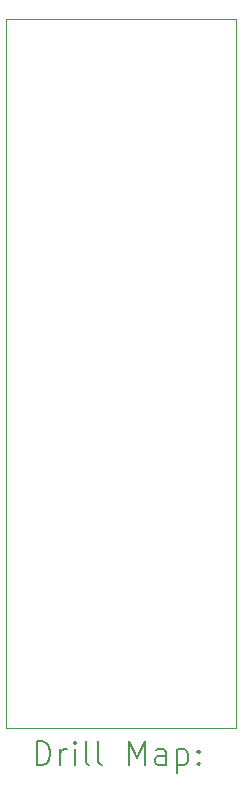
<source format=gbr>
%TF.GenerationSoftware,KiCad,Pcbnew,8.0.1*%
%TF.CreationDate,2024-04-20T15:27:41+02:00*%
%TF.ProjectId,systek_jumpsensor,73797374-656b-45f6-9a75-6d7073656e73,rev?*%
%TF.SameCoordinates,Original*%
%TF.FileFunction,Drillmap*%
%TF.FilePolarity,Positive*%
%FSLAX45Y45*%
G04 Gerber Fmt 4.5, Leading zero omitted, Abs format (unit mm)*
G04 Created by KiCad (PCBNEW 8.0.1) date 2024-04-20 15:27:41*
%MOMM*%
%LPD*%
G01*
G04 APERTURE LIST*
%ADD10C,0.050000*%
%ADD11C,0.200000*%
G04 APERTURE END LIST*
D10*
X13650000Y-7500000D02*
X15600000Y-7500000D01*
X15600000Y-13500000D01*
X13650000Y-13500000D01*
X13650000Y-7500000D01*
D11*
X13908277Y-13813984D02*
X13908277Y-13613984D01*
X13908277Y-13613984D02*
X13955896Y-13613984D01*
X13955896Y-13613984D02*
X13984467Y-13623508D01*
X13984467Y-13623508D02*
X14003515Y-13642555D01*
X14003515Y-13642555D02*
X14013039Y-13661603D01*
X14013039Y-13661603D02*
X14022562Y-13699698D01*
X14022562Y-13699698D02*
X14022562Y-13728269D01*
X14022562Y-13728269D02*
X14013039Y-13766365D01*
X14013039Y-13766365D02*
X14003515Y-13785412D01*
X14003515Y-13785412D02*
X13984467Y-13804460D01*
X13984467Y-13804460D02*
X13955896Y-13813984D01*
X13955896Y-13813984D02*
X13908277Y-13813984D01*
X14108277Y-13813984D02*
X14108277Y-13680650D01*
X14108277Y-13718746D02*
X14117801Y-13699698D01*
X14117801Y-13699698D02*
X14127324Y-13690174D01*
X14127324Y-13690174D02*
X14146372Y-13680650D01*
X14146372Y-13680650D02*
X14165420Y-13680650D01*
X14232086Y-13813984D02*
X14232086Y-13680650D01*
X14232086Y-13613984D02*
X14222562Y-13623508D01*
X14222562Y-13623508D02*
X14232086Y-13633031D01*
X14232086Y-13633031D02*
X14241610Y-13623508D01*
X14241610Y-13623508D02*
X14232086Y-13613984D01*
X14232086Y-13613984D02*
X14232086Y-13633031D01*
X14355896Y-13813984D02*
X14336848Y-13804460D01*
X14336848Y-13804460D02*
X14327324Y-13785412D01*
X14327324Y-13785412D02*
X14327324Y-13613984D01*
X14460658Y-13813984D02*
X14441610Y-13804460D01*
X14441610Y-13804460D02*
X14432086Y-13785412D01*
X14432086Y-13785412D02*
X14432086Y-13613984D01*
X14689229Y-13813984D02*
X14689229Y-13613984D01*
X14689229Y-13613984D02*
X14755896Y-13756841D01*
X14755896Y-13756841D02*
X14822562Y-13613984D01*
X14822562Y-13613984D02*
X14822562Y-13813984D01*
X15003515Y-13813984D02*
X15003515Y-13709222D01*
X15003515Y-13709222D02*
X14993991Y-13690174D01*
X14993991Y-13690174D02*
X14974943Y-13680650D01*
X14974943Y-13680650D02*
X14936848Y-13680650D01*
X14936848Y-13680650D02*
X14917801Y-13690174D01*
X15003515Y-13804460D02*
X14984467Y-13813984D01*
X14984467Y-13813984D02*
X14936848Y-13813984D01*
X14936848Y-13813984D02*
X14917801Y-13804460D01*
X14917801Y-13804460D02*
X14908277Y-13785412D01*
X14908277Y-13785412D02*
X14908277Y-13766365D01*
X14908277Y-13766365D02*
X14917801Y-13747317D01*
X14917801Y-13747317D02*
X14936848Y-13737793D01*
X14936848Y-13737793D02*
X14984467Y-13737793D01*
X14984467Y-13737793D02*
X15003515Y-13728269D01*
X15098753Y-13680650D02*
X15098753Y-13880650D01*
X15098753Y-13690174D02*
X15117801Y-13680650D01*
X15117801Y-13680650D02*
X15155896Y-13680650D01*
X15155896Y-13680650D02*
X15174943Y-13690174D01*
X15174943Y-13690174D02*
X15184467Y-13699698D01*
X15184467Y-13699698D02*
X15193991Y-13718746D01*
X15193991Y-13718746D02*
X15193991Y-13775888D01*
X15193991Y-13775888D02*
X15184467Y-13794936D01*
X15184467Y-13794936D02*
X15174943Y-13804460D01*
X15174943Y-13804460D02*
X15155896Y-13813984D01*
X15155896Y-13813984D02*
X15117801Y-13813984D01*
X15117801Y-13813984D02*
X15098753Y-13804460D01*
X15279705Y-13794936D02*
X15289229Y-13804460D01*
X15289229Y-13804460D02*
X15279705Y-13813984D01*
X15279705Y-13813984D02*
X15270182Y-13804460D01*
X15270182Y-13804460D02*
X15279705Y-13794936D01*
X15279705Y-13794936D02*
X15279705Y-13813984D01*
X15279705Y-13690174D02*
X15289229Y-13699698D01*
X15289229Y-13699698D02*
X15279705Y-13709222D01*
X15279705Y-13709222D02*
X15270182Y-13699698D01*
X15270182Y-13699698D02*
X15279705Y-13690174D01*
X15279705Y-13690174D02*
X15279705Y-13709222D01*
M02*

</source>
